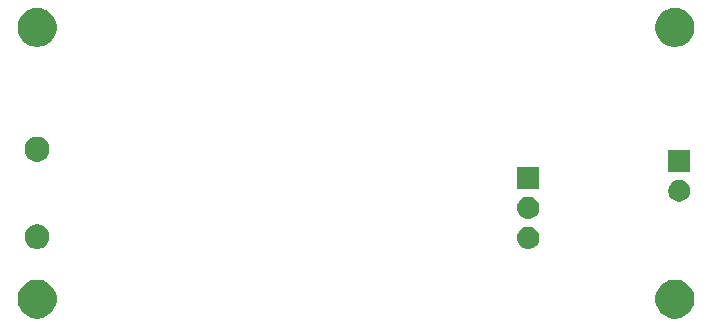
<source format=gbs>
G04 #@! TF.GenerationSoftware,KiCad,Pcbnew,5.0.1*
G04 #@! TF.CreationDate,2019-03-20T12:14:45+09:00*
G04 #@! TF.ProjectId,supersonic_bone_therapy_equipment,7375706572736F6E69635F626F6E655F,rev?*
G04 #@! TF.SameCoordinates,Original*
G04 #@! TF.FileFunction,Soldermask,Bot*
G04 #@! TF.FilePolarity,Negative*
%FSLAX46Y46*%
G04 Gerber Fmt 4.6, Leading zero omitted, Abs format (unit mm)*
G04 Created by KiCad (PCBNEW 5.0.1) date 2019年03月20日 12時14分45秒*
%MOMM*%
%LPD*%
G01*
G04 APERTURE LIST*
%ADD10C,0.100000*%
G04 APERTURE END LIST*
D10*
G36*
X127375256Y-110391298D02*
X127481579Y-110412447D01*
X127782042Y-110536903D01*
X128048852Y-110715180D01*
X128052454Y-110717587D01*
X128282413Y-110947546D01*
X128463098Y-111217960D01*
X128587553Y-111518422D01*
X128651000Y-111837389D01*
X128651000Y-112162611D01*
X128587553Y-112481578D01*
X128463098Y-112782040D01*
X128282413Y-113052454D01*
X128052454Y-113282413D01*
X128052451Y-113282415D01*
X127782042Y-113463097D01*
X127481579Y-113587553D01*
X127375256Y-113608702D01*
X127162611Y-113651000D01*
X126837389Y-113651000D01*
X126624744Y-113608702D01*
X126518421Y-113587553D01*
X126217958Y-113463097D01*
X125947549Y-113282415D01*
X125947546Y-113282413D01*
X125717587Y-113052454D01*
X125536902Y-112782040D01*
X125412447Y-112481578D01*
X125349000Y-112162611D01*
X125349000Y-111837389D01*
X125412447Y-111518422D01*
X125536902Y-111217960D01*
X125717587Y-110947546D01*
X125947546Y-110717587D01*
X125951148Y-110715180D01*
X126217958Y-110536903D01*
X126518421Y-110412447D01*
X126624744Y-110391298D01*
X126837389Y-110349000D01*
X127162611Y-110349000D01*
X127375256Y-110391298D01*
X127375256Y-110391298D01*
G37*
G36*
X181375256Y-110391298D02*
X181481579Y-110412447D01*
X181782042Y-110536903D01*
X182048852Y-110715180D01*
X182052454Y-110717587D01*
X182282413Y-110947546D01*
X182463098Y-111217960D01*
X182587553Y-111518422D01*
X182651000Y-111837389D01*
X182651000Y-112162611D01*
X182587553Y-112481578D01*
X182463098Y-112782040D01*
X182282413Y-113052454D01*
X182052454Y-113282413D01*
X182052451Y-113282415D01*
X181782042Y-113463097D01*
X181481579Y-113587553D01*
X181375256Y-113608702D01*
X181162611Y-113651000D01*
X180837389Y-113651000D01*
X180624744Y-113608702D01*
X180518421Y-113587553D01*
X180217958Y-113463097D01*
X179947549Y-113282415D01*
X179947546Y-113282413D01*
X179717587Y-113052454D01*
X179536902Y-112782040D01*
X179412447Y-112481578D01*
X179349000Y-112162611D01*
X179349000Y-111837389D01*
X179412447Y-111518422D01*
X179536902Y-111217960D01*
X179717587Y-110947546D01*
X179947546Y-110717587D01*
X179951148Y-110715180D01*
X180217958Y-110536903D01*
X180518421Y-110412447D01*
X180624744Y-110391298D01*
X180837389Y-110349000D01*
X181162611Y-110349000D01*
X181375256Y-110391298D01*
X181375256Y-110391298D01*
G37*
G36*
X168766225Y-105869760D02*
X168766228Y-105869761D01*
X168766229Y-105869761D01*
X168945493Y-105924140D01*
X168945495Y-105924141D01*
X169110705Y-106012448D01*
X169255512Y-106131288D01*
X169374352Y-106276095D01*
X169462659Y-106441305D01*
X169517040Y-106620575D01*
X169535401Y-106807000D01*
X169517040Y-106993425D01*
X169462659Y-107172695D01*
X169374352Y-107337905D01*
X169255512Y-107482712D01*
X169110705Y-107601552D01*
X169054892Y-107631385D01*
X168945493Y-107689860D01*
X168766229Y-107744239D01*
X168766228Y-107744239D01*
X168766225Y-107744240D01*
X168626518Y-107758000D01*
X168533082Y-107758000D01*
X168393375Y-107744240D01*
X168393372Y-107744239D01*
X168393371Y-107744239D01*
X168214107Y-107689860D01*
X168104708Y-107631385D01*
X168048895Y-107601552D01*
X167904088Y-107482712D01*
X167785248Y-107337905D01*
X167696941Y-107172695D01*
X167642560Y-106993425D01*
X167624199Y-106807000D01*
X167642560Y-106620575D01*
X167696941Y-106441305D01*
X167785248Y-106276095D01*
X167904088Y-106131288D01*
X168048895Y-106012448D01*
X168214105Y-105924141D01*
X168214107Y-105924140D01*
X168393371Y-105869761D01*
X168393372Y-105869761D01*
X168393375Y-105869760D01*
X168533082Y-105856000D01*
X168626518Y-105856000D01*
X168766225Y-105869760D01*
X168766225Y-105869760D01*
G37*
G36*
X127306565Y-105689389D02*
X127497834Y-105768615D01*
X127669976Y-105883637D01*
X127816363Y-106030024D01*
X127931385Y-106202166D01*
X128010611Y-106393435D01*
X128051000Y-106596484D01*
X128051000Y-106803516D01*
X128010611Y-107006565D01*
X127931385Y-107197834D01*
X127816363Y-107369976D01*
X127669976Y-107516363D01*
X127497834Y-107631385D01*
X127306565Y-107710611D01*
X127103516Y-107751000D01*
X126896484Y-107751000D01*
X126693435Y-107710611D01*
X126502166Y-107631385D01*
X126330024Y-107516363D01*
X126183637Y-107369976D01*
X126068615Y-107197834D01*
X125989389Y-107006565D01*
X125949000Y-106803516D01*
X125949000Y-106596484D01*
X125989389Y-106393435D01*
X126068615Y-106202166D01*
X126183637Y-106030024D01*
X126330024Y-105883637D01*
X126502166Y-105768615D01*
X126693435Y-105689389D01*
X126896484Y-105649000D01*
X127103516Y-105649000D01*
X127306565Y-105689389D01*
X127306565Y-105689389D01*
G37*
G36*
X168766225Y-103329760D02*
X168766228Y-103329761D01*
X168766229Y-103329761D01*
X168945493Y-103384140D01*
X168945495Y-103384141D01*
X169110705Y-103472448D01*
X169255512Y-103591288D01*
X169374352Y-103736095D01*
X169462659Y-103901305D01*
X169517040Y-104080575D01*
X169535401Y-104267000D01*
X169517040Y-104453425D01*
X169462659Y-104632695D01*
X169374352Y-104797905D01*
X169255512Y-104942712D01*
X169110705Y-105061552D01*
X169110703Y-105061553D01*
X168945493Y-105149860D01*
X168766229Y-105204239D01*
X168766228Y-105204239D01*
X168766225Y-105204240D01*
X168626518Y-105218000D01*
X168533082Y-105218000D01*
X168393375Y-105204240D01*
X168393372Y-105204239D01*
X168393371Y-105204239D01*
X168214107Y-105149860D01*
X168048897Y-105061553D01*
X168048895Y-105061552D01*
X167904088Y-104942712D01*
X167785248Y-104797905D01*
X167696941Y-104632695D01*
X167642560Y-104453425D01*
X167624199Y-104267000D01*
X167642560Y-104080575D01*
X167696941Y-103901305D01*
X167785248Y-103736095D01*
X167904088Y-103591288D01*
X168048895Y-103472448D01*
X168214105Y-103384141D01*
X168214107Y-103384140D01*
X168393371Y-103329761D01*
X168393372Y-103329761D01*
X168393375Y-103329760D01*
X168533082Y-103316000D01*
X168626518Y-103316000D01*
X168766225Y-103329760D01*
X168766225Y-103329760D01*
G37*
G36*
X181626104Y-101939585D02*
X181794626Y-102009389D01*
X181946291Y-102110728D01*
X182075272Y-102239709D01*
X182176611Y-102391374D01*
X182246415Y-102559896D01*
X182282000Y-102738797D01*
X182282000Y-102921203D01*
X182246415Y-103100104D01*
X182176611Y-103268626D01*
X182075272Y-103420291D01*
X181946291Y-103549272D01*
X181794626Y-103650611D01*
X181626104Y-103720415D01*
X181447203Y-103756000D01*
X181264797Y-103756000D01*
X181085896Y-103720415D01*
X180917374Y-103650611D01*
X180765709Y-103549272D01*
X180636728Y-103420291D01*
X180535389Y-103268626D01*
X180465585Y-103100104D01*
X180430000Y-102921203D01*
X180430000Y-102738797D01*
X180465585Y-102559896D01*
X180535389Y-102391374D01*
X180636728Y-102239709D01*
X180765709Y-102110728D01*
X180917374Y-102009389D01*
X181085896Y-101939585D01*
X181264797Y-101904000D01*
X181447203Y-101904000D01*
X181626104Y-101939585D01*
X181626104Y-101939585D01*
G37*
G36*
X169530800Y-102678000D02*
X167628800Y-102678000D01*
X167628800Y-100776000D01*
X169530800Y-100776000D01*
X169530800Y-102678000D01*
X169530800Y-102678000D01*
G37*
G36*
X182282000Y-101256000D02*
X180430000Y-101256000D01*
X180430000Y-99404000D01*
X182282000Y-99404000D01*
X182282000Y-101256000D01*
X182282000Y-101256000D01*
G37*
G36*
X127306565Y-98289389D02*
X127497834Y-98368615D01*
X127669976Y-98483637D01*
X127816363Y-98630024D01*
X127931385Y-98802166D01*
X128010611Y-98993435D01*
X128051000Y-99196484D01*
X128051000Y-99403516D01*
X128010611Y-99606565D01*
X127931385Y-99797834D01*
X127816363Y-99969976D01*
X127669976Y-100116363D01*
X127497834Y-100231385D01*
X127306565Y-100310611D01*
X127103516Y-100351000D01*
X126896484Y-100351000D01*
X126693435Y-100310611D01*
X126502166Y-100231385D01*
X126330024Y-100116363D01*
X126183637Y-99969976D01*
X126068615Y-99797834D01*
X125989389Y-99606565D01*
X125949000Y-99403516D01*
X125949000Y-99196484D01*
X125989389Y-98993435D01*
X126068615Y-98802166D01*
X126183637Y-98630024D01*
X126330024Y-98483637D01*
X126502166Y-98368615D01*
X126693435Y-98289389D01*
X126896484Y-98249000D01*
X127103516Y-98249000D01*
X127306565Y-98289389D01*
X127306565Y-98289389D01*
G37*
G36*
X181375256Y-87391298D02*
X181481579Y-87412447D01*
X181782042Y-87536903D01*
X182048852Y-87715180D01*
X182052454Y-87717587D01*
X182282413Y-87947546D01*
X182463098Y-88217960D01*
X182587553Y-88518422D01*
X182651000Y-88837389D01*
X182651000Y-89162611D01*
X182587553Y-89481578D01*
X182463098Y-89782040D01*
X182282413Y-90052454D01*
X182052454Y-90282413D01*
X182052451Y-90282415D01*
X181782042Y-90463097D01*
X181481579Y-90587553D01*
X181375256Y-90608702D01*
X181162611Y-90651000D01*
X180837389Y-90651000D01*
X180624744Y-90608702D01*
X180518421Y-90587553D01*
X180217958Y-90463097D01*
X179947549Y-90282415D01*
X179947546Y-90282413D01*
X179717587Y-90052454D01*
X179536902Y-89782040D01*
X179412447Y-89481578D01*
X179349000Y-89162611D01*
X179349000Y-88837389D01*
X179412447Y-88518422D01*
X179536902Y-88217960D01*
X179717587Y-87947546D01*
X179947546Y-87717587D01*
X179951148Y-87715180D01*
X180217958Y-87536903D01*
X180518421Y-87412447D01*
X180624744Y-87391298D01*
X180837389Y-87349000D01*
X181162611Y-87349000D01*
X181375256Y-87391298D01*
X181375256Y-87391298D01*
G37*
G36*
X127375256Y-87391298D02*
X127481579Y-87412447D01*
X127782042Y-87536903D01*
X128048852Y-87715180D01*
X128052454Y-87717587D01*
X128282413Y-87947546D01*
X128463098Y-88217960D01*
X128587553Y-88518422D01*
X128651000Y-88837389D01*
X128651000Y-89162611D01*
X128587553Y-89481578D01*
X128463098Y-89782040D01*
X128282413Y-90052454D01*
X128052454Y-90282413D01*
X128052451Y-90282415D01*
X127782042Y-90463097D01*
X127481579Y-90587553D01*
X127375256Y-90608702D01*
X127162611Y-90651000D01*
X126837389Y-90651000D01*
X126624744Y-90608702D01*
X126518421Y-90587553D01*
X126217958Y-90463097D01*
X125947549Y-90282415D01*
X125947546Y-90282413D01*
X125717587Y-90052454D01*
X125536902Y-89782040D01*
X125412447Y-89481578D01*
X125349000Y-89162611D01*
X125349000Y-88837389D01*
X125412447Y-88518422D01*
X125536902Y-88217960D01*
X125717587Y-87947546D01*
X125947546Y-87717587D01*
X125951148Y-87715180D01*
X126217958Y-87536903D01*
X126518421Y-87412447D01*
X126624744Y-87391298D01*
X126837389Y-87349000D01*
X127162611Y-87349000D01*
X127375256Y-87391298D01*
X127375256Y-87391298D01*
G37*
M02*

</source>
